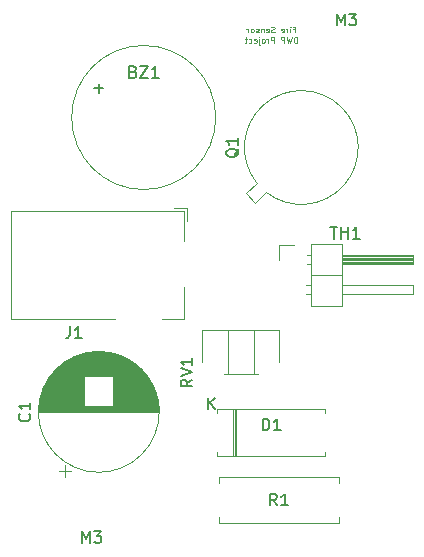
<source format=gbr>
%TF.GenerationSoftware,KiCad,Pcbnew,(5.1.10)-1*%
%TF.CreationDate,2021-10-26T01:17:56+07:00*%
%TF.ProjectId,first,66697273-742e-46b6-9963-61645f706362,rev?*%
%TF.SameCoordinates,Original*%
%TF.FileFunction,Legend,Top*%
%TF.FilePolarity,Positive*%
%FSLAX46Y46*%
G04 Gerber Fmt 4.6, Leading zero omitted, Abs format (unit mm)*
G04 Created by KiCad (PCBNEW (5.1.10)-1) date 2021-10-26 01:17:56*
%MOMM*%
%LPD*%
G01*
G04 APERTURE LIST*
%ADD10C,0.125000*%
%ADD11C,0.120000*%
%ADD12C,0.150000*%
G04 APERTURE END LIST*
D10*
X95214047Y-72551785D02*
X95380714Y-72551785D01*
X95380714Y-72813690D02*
X95380714Y-72313690D01*
X95142619Y-72313690D01*
X94952142Y-72813690D02*
X94952142Y-72480357D01*
X94952142Y-72313690D02*
X94975952Y-72337500D01*
X94952142Y-72361309D01*
X94928333Y-72337500D01*
X94952142Y-72313690D01*
X94952142Y-72361309D01*
X94714047Y-72813690D02*
X94714047Y-72480357D01*
X94714047Y-72575595D02*
X94690238Y-72527976D01*
X94666428Y-72504166D01*
X94618809Y-72480357D01*
X94571190Y-72480357D01*
X94214047Y-72789880D02*
X94261666Y-72813690D01*
X94356904Y-72813690D01*
X94404523Y-72789880D01*
X94428333Y-72742261D01*
X94428333Y-72551785D01*
X94404523Y-72504166D01*
X94356904Y-72480357D01*
X94261666Y-72480357D01*
X94214047Y-72504166D01*
X94190238Y-72551785D01*
X94190238Y-72599404D01*
X94428333Y-72647023D01*
X93618809Y-72789880D02*
X93547380Y-72813690D01*
X93428333Y-72813690D01*
X93380714Y-72789880D01*
X93356904Y-72766071D01*
X93333095Y-72718452D01*
X93333095Y-72670833D01*
X93356904Y-72623214D01*
X93380714Y-72599404D01*
X93428333Y-72575595D01*
X93523571Y-72551785D01*
X93571190Y-72527976D01*
X93595000Y-72504166D01*
X93618809Y-72456547D01*
X93618809Y-72408928D01*
X93595000Y-72361309D01*
X93571190Y-72337500D01*
X93523571Y-72313690D01*
X93404523Y-72313690D01*
X93333095Y-72337500D01*
X92928333Y-72789880D02*
X92975952Y-72813690D01*
X93071190Y-72813690D01*
X93118809Y-72789880D01*
X93142619Y-72742261D01*
X93142619Y-72551785D01*
X93118809Y-72504166D01*
X93071190Y-72480357D01*
X92975952Y-72480357D01*
X92928333Y-72504166D01*
X92904523Y-72551785D01*
X92904523Y-72599404D01*
X93142619Y-72647023D01*
X92690238Y-72480357D02*
X92690238Y-72813690D01*
X92690238Y-72527976D02*
X92666428Y-72504166D01*
X92618809Y-72480357D01*
X92547380Y-72480357D01*
X92499761Y-72504166D01*
X92475952Y-72551785D01*
X92475952Y-72813690D01*
X92261666Y-72789880D02*
X92214047Y-72813690D01*
X92118809Y-72813690D01*
X92071190Y-72789880D01*
X92047380Y-72742261D01*
X92047380Y-72718452D01*
X92071190Y-72670833D01*
X92118809Y-72647023D01*
X92190238Y-72647023D01*
X92237857Y-72623214D01*
X92261666Y-72575595D01*
X92261666Y-72551785D01*
X92237857Y-72504166D01*
X92190238Y-72480357D01*
X92118809Y-72480357D01*
X92071190Y-72504166D01*
X91761666Y-72813690D02*
X91809285Y-72789880D01*
X91833095Y-72766071D01*
X91856904Y-72718452D01*
X91856904Y-72575595D01*
X91833095Y-72527976D01*
X91809285Y-72504166D01*
X91761666Y-72480357D01*
X91690238Y-72480357D01*
X91642619Y-72504166D01*
X91618809Y-72527976D01*
X91595000Y-72575595D01*
X91595000Y-72718452D01*
X91618809Y-72766071D01*
X91642619Y-72789880D01*
X91690238Y-72813690D01*
X91761666Y-72813690D01*
X91380714Y-72813690D02*
X91380714Y-72480357D01*
X91380714Y-72575595D02*
X91356904Y-72527976D01*
X91333095Y-72504166D01*
X91285476Y-72480357D01*
X91237857Y-72480357D01*
X95523571Y-73688690D02*
X95523571Y-73188690D01*
X95404523Y-73188690D01*
X95333095Y-73212500D01*
X95285476Y-73260119D01*
X95261666Y-73307738D01*
X95237857Y-73402976D01*
X95237857Y-73474404D01*
X95261666Y-73569642D01*
X95285476Y-73617261D01*
X95333095Y-73664880D01*
X95404523Y-73688690D01*
X95523571Y-73688690D01*
X95071190Y-73188690D02*
X94952142Y-73688690D01*
X94856904Y-73331547D01*
X94761666Y-73688690D01*
X94642619Y-73188690D01*
X94452142Y-73688690D02*
X94452142Y-73188690D01*
X94261666Y-73188690D01*
X94214047Y-73212500D01*
X94190238Y-73236309D01*
X94166428Y-73283928D01*
X94166428Y-73355357D01*
X94190238Y-73402976D01*
X94214047Y-73426785D01*
X94261666Y-73450595D01*
X94452142Y-73450595D01*
X93571190Y-73688690D02*
X93571190Y-73188690D01*
X93380714Y-73188690D01*
X93333095Y-73212500D01*
X93309285Y-73236309D01*
X93285476Y-73283928D01*
X93285476Y-73355357D01*
X93309285Y-73402976D01*
X93333095Y-73426785D01*
X93380714Y-73450595D01*
X93571190Y-73450595D01*
X93071190Y-73688690D02*
X93071190Y-73355357D01*
X93071190Y-73450595D02*
X93047380Y-73402976D01*
X93023571Y-73379166D01*
X92975952Y-73355357D01*
X92928333Y-73355357D01*
X92690238Y-73688690D02*
X92737857Y-73664880D01*
X92761666Y-73641071D01*
X92785476Y-73593452D01*
X92785476Y-73450595D01*
X92761666Y-73402976D01*
X92737857Y-73379166D01*
X92690238Y-73355357D01*
X92618809Y-73355357D01*
X92571190Y-73379166D01*
X92547380Y-73402976D01*
X92523571Y-73450595D01*
X92523571Y-73593452D01*
X92547380Y-73641071D01*
X92571190Y-73664880D01*
X92618809Y-73688690D01*
X92690238Y-73688690D01*
X92309285Y-73355357D02*
X92309285Y-73783928D01*
X92333095Y-73831547D01*
X92380714Y-73855357D01*
X92404523Y-73855357D01*
X92309285Y-73188690D02*
X92333095Y-73212500D01*
X92309285Y-73236309D01*
X92285476Y-73212500D01*
X92309285Y-73188690D01*
X92309285Y-73236309D01*
X91880714Y-73664880D02*
X91928333Y-73688690D01*
X92023571Y-73688690D01*
X92071190Y-73664880D01*
X92095000Y-73617261D01*
X92095000Y-73426785D01*
X92071190Y-73379166D01*
X92023571Y-73355357D01*
X91928333Y-73355357D01*
X91880714Y-73379166D01*
X91856904Y-73426785D01*
X91856904Y-73474404D01*
X92095000Y-73522023D01*
X91428333Y-73664880D02*
X91475952Y-73688690D01*
X91571190Y-73688690D01*
X91618809Y-73664880D01*
X91642619Y-73641071D01*
X91666428Y-73593452D01*
X91666428Y-73450595D01*
X91642619Y-73402976D01*
X91618809Y-73379166D01*
X91571190Y-73355357D01*
X91475952Y-73355357D01*
X91428333Y-73379166D01*
X91285476Y-73355357D02*
X91095000Y-73355357D01*
X91214047Y-73188690D02*
X91214047Y-73617261D01*
X91190238Y-73664880D01*
X91142619Y-73688690D01*
X91095000Y-73688690D01*
D11*
%TO.C,TH1*%
X96690000Y-90745000D02*
X96690000Y-95945000D01*
X96690000Y-95945000D02*
X99350000Y-95945000D01*
X99350000Y-95945000D02*
X99350000Y-90745000D01*
X99350000Y-90745000D02*
X96690000Y-90745000D01*
X99350000Y-91695000D02*
X105350000Y-91695000D01*
X105350000Y-91695000D02*
X105350000Y-92455000D01*
X105350000Y-92455000D02*
X99350000Y-92455000D01*
X99350000Y-91755000D02*
X105350000Y-91755000D01*
X99350000Y-91875000D02*
X105350000Y-91875000D01*
X99350000Y-91995000D02*
X105350000Y-91995000D01*
X99350000Y-92115000D02*
X105350000Y-92115000D01*
X99350000Y-92235000D02*
X105350000Y-92235000D01*
X99350000Y-92355000D02*
X105350000Y-92355000D01*
X96360000Y-91695000D02*
X96690000Y-91695000D01*
X96360000Y-92455000D02*
X96690000Y-92455000D01*
X96690000Y-93345000D02*
X99350000Y-93345000D01*
X99350000Y-94235000D02*
X105350000Y-94235000D01*
X105350000Y-94235000D02*
X105350000Y-94995000D01*
X105350000Y-94995000D02*
X99350000Y-94995000D01*
X96292929Y-94235000D02*
X96690000Y-94235000D01*
X96292929Y-94995000D02*
X96690000Y-94995000D01*
X93980000Y-92075000D02*
X93980000Y-90805000D01*
X93980000Y-90805000D02*
X95250000Y-90805000D01*
%TO.C,BZ1*%
X88640000Y-80010000D02*
G75*
G03*
X88640000Y-80010000I-6100000J0D01*
G01*
%TO.C,C1*%
X75365000Y-109909646D02*
X76365000Y-109909646D01*
X75865000Y-110409646D02*
X75865000Y-109409646D01*
X78141000Y-99849000D02*
X79339000Y-99849000D01*
X77878000Y-99889000D02*
X79602000Y-99889000D01*
X77678000Y-99929000D02*
X79802000Y-99929000D01*
X77510000Y-99969000D02*
X79970000Y-99969000D01*
X77362000Y-100009000D02*
X80118000Y-100009000D01*
X77230000Y-100049000D02*
X80250000Y-100049000D01*
X77110000Y-100089000D02*
X80370000Y-100089000D01*
X76998000Y-100129000D02*
X80482000Y-100129000D01*
X76894000Y-100169000D02*
X80586000Y-100169000D01*
X76796000Y-100209000D02*
X80684000Y-100209000D01*
X76703000Y-100249000D02*
X80777000Y-100249000D01*
X76615000Y-100289000D02*
X80865000Y-100289000D01*
X76531000Y-100329000D02*
X80949000Y-100329000D01*
X76451000Y-100369000D02*
X81029000Y-100369000D01*
X76375000Y-100409000D02*
X81105000Y-100409000D01*
X76301000Y-100449000D02*
X81179000Y-100449000D01*
X76230000Y-100489000D02*
X81250000Y-100489000D01*
X76161000Y-100529000D02*
X81319000Y-100529000D01*
X76095000Y-100569000D02*
X81385000Y-100569000D01*
X76031000Y-100609000D02*
X81449000Y-100609000D01*
X75970000Y-100649000D02*
X81510000Y-100649000D01*
X75910000Y-100689000D02*
X81570000Y-100689000D01*
X75851000Y-100729000D02*
X81629000Y-100729000D01*
X75795000Y-100769000D02*
X81685000Y-100769000D01*
X75740000Y-100809000D02*
X81740000Y-100809000D01*
X75686000Y-100849000D02*
X81794000Y-100849000D01*
X75634000Y-100889000D02*
X81846000Y-100889000D01*
X75584000Y-100929000D02*
X81896000Y-100929000D01*
X75534000Y-100969000D02*
X81946000Y-100969000D01*
X75486000Y-101009000D02*
X81994000Y-101009000D01*
X75439000Y-101049000D02*
X82041000Y-101049000D01*
X75393000Y-101089000D02*
X82087000Y-101089000D01*
X75348000Y-101129000D02*
X82132000Y-101129000D01*
X75304000Y-101169000D02*
X82176000Y-101169000D01*
X75262000Y-101209000D02*
X82218000Y-101209000D01*
X75220000Y-101249000D02*
X82260000Y-101249000D01*
X75179000Y-101289000D02*
X82301000Y-101289000D01*
X75139000Y-101329000D02*
X82341000Y-101329000D01*
X75100000Y-101369000D02*
X82380000Y-101369000D01*
X75061000Y-101409000D02*
X82419000Y-101409000D01*
X75024000Y-101449000D02*
X82456000Y-101449000D01*
X74987000Y-101489000D02*
X82493000Y-101489000D01*
X74951000Y-101529000D02*
X82529000Y-101529000D01*
X74916000Y-101569000D02*
X82564000Y-101569000D01*
X74882000Y-101609000D02*
X82598000Y-101609000D01*
X74848000Y-101649000D02*
X82632000Y-101649000D01*
X74815000Y-101689000D02*
X82665000Y-101689000D01*
X74783000Y-101729000D02*
X82697000Y-101729000D01*
X74751000Y-101769000D02*
X82729000Y-101769000D01*
X74720000Y-101809000D02*
X82760000Y-101809000D01*
X74690000Y-101849000D02*
X82790000Y-101849000D01*
X74660000Y-101889000D02*
X82820000Y-101889000D01*
X74630000Y-101929000D02*
X82850000Y-101929000D01*
X79981000Y-101969000D02*
X82878000Y-101969000D01*
X74602000Y-101969000D02*
X77499000Y-101969000D01*
X79981000Y-102009000D02*
X82906000Y-102009000D01*
X74574000Y-102009000D02*
X77499000Y-102009000D01*
X79981000Y-102049000D02*
X82934000Y-102049000D01*
X74546000Y-102049000D02*
X77499000Y-102049000D01*
X79981000Y-102089000D02*
X82961000Y-102089000D01*
X74519000Y-102089000D02*
X77499000Y-102089000D01*
X79981000Y-102129000D02*
X82987000Y-102129000D01*
X74493000Y-102129000D02*
X77499000Y-102129000D01*
X79981000Y-102169000D02*
X83013000Y-102169000D01*
X74467000Y-102169000D02*
X77499000Y-102169000D01*
X79981000Y-102209000D02*
X83038000Y-102209000D01*
X74442000Y-102209000D02*
X77499000Y-102209000D01*
X79981000Y-102249000D02*
X83063000Y-102249000D01*
X74417000Y-102249000D02*
X77499000Y-102249000D01*
X79981000Y-102289000D02*
X83087000Y-102289000D01*
X74393000Y-102289000D02*
X77499000Y-102289000D01*
X79981000Y-102329000D02*
X83111000Y-102329000D01*
X74369000Y-102329000D02*
X77499000Y-102329000D01*
X79981000Y-102369000D02*
X83135000Y-102369000D01*
X74345000Y-102369000D02*
X77499000Y-102369000D01*
X79981000Y-102409000D02*
X83157000Y-102409000D01*
X74323000Y-102409000D02*
X77499000Y-102409000D01*
X79981000Y-102449000D02*
X83180000Y-102449000D01*
X74300000Y-102449000D02*
X77499000Y-102449000D01*
X79981000Y-102489000D02*
X83202000Y-102489000D01*
X74278000Y-102489000D02*
X77499000Y-102489000D01*
X79981000Y-102529000D02*
X83223000Y-102529000D01*
X74257000Y-102529000D02*
X77499000Y-102529000D01*
X79981000Y-102569000D02*
X83244000Y-102569000D01*
X74236000Y-102569000D02*
X77499000Y-102569000D01*
X79981000Y-102609000D02*
X83265000Y-102609000D01*
X74215000Y-102609000D02*
X77499000Y-102609000D01*
X79981000Y-102649000D02*
X83285000Y-102649000D01*
X74195000Y-102649000D02*
X77499000Y-102649000D01*
X79981000Y-102689000D02*
X83304000Y-102689000D01*
X74176000Y-102689000D02*
X77499000Y-102689000D01*
X79981000Y-102729000D02*
X83324000Y-102729000D01*
X74156000Y-102729000D02*
X77499000Y-102729000D01*
X79981000Y-102769000D02*
X83343000Y-102769000D01*
X74137000Y-102769000D02*
X77499000Y-102769000D01*
X79981000Y-102809000D02*
X83361000Y-102809000D01*
X74119000Y-102809000D02*
X77499000Y-102809000D01*
X79981000Y-102849000D02*
X83379000Y-102849000D01*
X74101000Y-102849000D02*
X77499000Y-102849000D01*
X79981000Y-102889000D02*
X83397000Y-102889000D01*
X74083000Y-102889000D02*
X77499000Y-102889000D01*
X79981000Y-102929000D02*
X83414000Y-102929000D01*
X74066000Y-102929000D02*
X77499000Y-102929000D01*
X79981000Y-102969000D02*
X83430000Y-102969000D01*
X74050000Y-102969000D02*
X77499000Y-102969000D01*
X79981000Y-103009000D02*
X83447000Y-103009000D01*
X74033000Y-103009000D02*
X77499000Y-103009000D01*
X79981000Y-103049000D02*
X83463000Y-103049000D01*
X74017000Y-103049000D02*
X77499000Y-103049000D01*
X79981000Y-103089000D02*
X83478000Y-103089000D01*
X74002000Y-103089000D02*
X77499000Y-103089000D01*
X79981000Y-103129000D02*
X83494000Y-103129000D01*
X73986000Y-103129000D02*
X77499000Y-103129000D01*
X79981000Y-103169000D02*
X83508000Y-103169000D01*
X73972000Y-103169000D02*
X77499000Y-103169000D01*
X79981000Y-103209000D02*
X83523000Y-103209000D01*
X73957000Y-103209000D02*
X77499000Y-103209000D01*
X79981000Y-103249000D02*
X83537000Y-103249000D01*
X73943000Y-103249000D02*
X77499000Y-103249000D01*
X79981000Y-103289000D02*
X83551000Y-103289000D01*
X73929000Y-103289000D02*
X77499000Y-103289000D01*
X79981000Y-103329000D02*
X83564000Y-103329000D01*
X73916000Y-103329000D02*
X77499000Y-103329000D01*
X79981000Y-103369000D02*
X83577000Y-103369000D01*
X73903000Y-103369000D02*
X77499000Y-103369000D01*
X79981000Y-103409000D02*
X83590000Y-103409000D01*
X73890000Y-103409000D02*
X77499000Y-103409000D01*
X79981000Y-103449000D02*
X83602000Y-103449000D01*
X73878000Y-103449000D02*
X77499000Y-103449000D01*
X79981000Y-103489000D02*
X83614000Y-103489000D01*
X73866000Y-103489000D02*
X77499000Y-103489000D01*
X79981000Y-103529000D02*
X83625000Y-103529000D01*
X73855000Y-103529000D02*
X77499000Y-103529000D01*
X79981000Y-103569000D02*
X83637000Y-103569000D01*
X73843000Y-103569000D02*
X77499000Y-103569000D01*
X79981000Y-103609000D02*
X83647000Y-103609000D01*
X73833000Y-103609000D02*
X77499000Y-103609000D01*
X79981000Y-103649000D02*
X83658000Y-103649000D01*
X73822000Y-103649000D02*
X77499000Y-103649000D01*
X79981000Y-103689000D02*
X83668000Y-103689000D01*
X73812000Y-103689000D02*
X77499000Y-103689000D01*
X79981000Y-103729000D02*
X83678000Y-103729000D01*
X73802000Y-103729000D02*
X77499000Y-103729000D01*
X79981000Y-103769000D02*
X83687000Y-103769000D01*
X73793000Y-103769000D02*
X77499000Y-103769000D01*
X79981000Y-103809000D02*
X83696000Y-103809000D01*
X73784000Y-103809000D02*
X77499000Y-103809000D01*
X79981000Y-103849000D02*
X83705000Y-103849000D01*
X73775000Y-103849000D02*
X77499000Y-103849000D01*
X79981000Y-103889000D02*
X83714000Y-103889000D01*
X73766000Y-103889000D02*
X77499000Y-103889000D01*
X79981000Y-103929000D02*
X83722000Y-103929000D01*
X73758000Y-103929000D02*
X77499000Y-103929000D01*
X79981000Y-103969000D02*
X83730000Y-103969000D01*
X73750000Y-103969000D02*
X77499000Y-103969000D01*
X79981000Y-104009000D02*
X83737000Y-104009000D01*
X73743000Y-104009000D02*
X77499000Y-104009000D01*
X79981000Y-104049000D02*
X83744000Y-104049000D01*
X73736000Y-104049000D02*
X77499000Y-104049000D01*
X79981000Y-104089000D02*
X83751000Y-104089000D01*
X73729000Y-104089000D02*
X77499000Y-104089000D01*
X79981000Y-104129000D02*
X83758000Y-104129000D01*
X73722000Y-104129000D02*
X77499000Y-104129000D01*
X79981000Y-104169000D02*
X83764000Y-104169000D01*
X73716000Y-104169000D02*
X77499000Y-104169000D01*
X79981000Y-104209000D02*
X83770000Y-104209000D01*
X73710000Y-104209000D02*
X77499000Y-104209000D01*
X79981000Y-104250000D02*
X83775000Y-104250000D01*
X73705000Y-104250000D02*
X77499000Y-104250000D01*
X79981000Y-104290000D02*
X83780000Y-104290000D01*
X73700000Y-104290000D02*
X77499000Y-104290000D01*
X79981000Y-104330000D02*
X83785000Y-104330000D01*
X73695000Y-104330000D02*
X77499000Y-104330000D01*
X79981000Y-104370000D02*
X83790000Y-104370000D01*
X73690000Y-104370000D02*
X77499000Y-104370000D01*
X79981000Y-104410000D02*
X83794000Y-104410000D01*
X73686000Y-104410000D02*
X77499000Y-104410000D01*
X73682000Y-104450000D02*
X83798000Y-104450000D01*
X73678000Y-104490000D02*
X83802000Y-104490000D01*
X73675000Y-104530000D02*
X83805000Y-104530000D01*
X73672000Y-104570000D02*
X83808000Y-104570000D01*
X73670000Y-104610000D02*
X83810000Y-104610000D01*
X73667000Y-104650000D02*
X83813000Y-104650000D01*
X73665000Y-104690000D02*
X83815000Y-104690000D01*
X73663000Y-104730000D02*
X83817000Y-104730000D01*
X73662000Y-104770000D02*
X83818000Y-104770000D01*
X73661000Y-104810000D02*
X83819000Y-104810000D01*
X73660000Y-104850000D02*
X83820000Y-104850000D01*
X73660000Y-104890000D02*
X83820000Y-104890000D01*
X73660000Y-104930000D02*
X83820000Y-104930000D01*
X83860000Y-104930000D02*
G75*
G03*
X83860000Y-104930000I-5120000J0D01*
G01*
%TO.C,D1*%
X90110000Y-104710000D02*
X90110000Y-108650000D01*
X90350000Y-104710000D02*
X90350000Y-108650000D01*
X90230000Y-104710000D02*
X90230000Y-108650000D01*
X97915000Y-108650000D02*
X97915000Y-108320000D01*
X88775000Y-108650000D02*
X97915000Y-108650000D01*
X88775000Y-108320000D02*
X88775000Y-108650000D01*
X97915000Y-104710000D02*
X97915000Y-105040000D01*
X88775000Y-104710000D02*
X97915000Y-104710000D01*
X88775000Y-105040000D02*
X88775000Y-104710000D01*
%TO.C,J1*%
X85990000Y-87890001D02*
X85990000Y-90490001D01*
X71290000Y-87890001D02*
X85990000Y-87890001D01*
X85990000Y-97090001D02*
X84090000Y-97090001D01*
X85990000Y-94390001D02*
X85990000Y-97090001D01*
X71290000Y-97090001D02*
X71290000Y-87890001D01*
X80090000Y-97090001D02*
X71290000Y-97090001D01*
X85140000Y-87690001D02*
X86190000Y-87690001D01*
X86190000Y-88740001D02*
X86190000Y-87690001D01*
%TO.C,Q1*%
X91996961Y-87215856D02*
X92887916Y-86324902D01*
X91219144Y-86438039D02*
X91996961Y-87215856D01*
X92110098Y-85547084D02*
X91219144Y-86438039D01*
X92887629Y-86324674D02*
G75*
G03*
X92110098Y-85547084I2997371J3774674D01*
G01*
%TO.C,R1*%
X88910000Y-110475000D02*
X88910000Y-110955000D01*
X99050000Y-110475000D02*
X88910000Y-110475000D01*
X99050000Y-110955000D02*
X99050000Y-110475000D01*
X88910000Y-114315000D02*
X88910000Y-113835000D01*
X99050000Y-114315000D02*
X88910000Y-114315000D01*
X99050000Y-113835000D02*
X99050000Y-114315000D01*
%TO.C,RV1*%
X89645000Y-97980000D02*
X91885000Y-97980000D01*
X89645000Y-101721000D02*
X91885000Y-101721000D01*
X91885000Y-101721000D02*
X91885000Y-97980000D01*
X89645000Y-101721000D02*
X89645000Y-97980000D01*
X89331000Y-101721000D02*
X92200000Y-101721000D01*
X87495000Y-97980000D02*
X94035000Y-97980000D01*
X94035000Y-100675000D02*
X94035000Y-97980000D01*
X87495000Y-100675000D02*
X87495000Y-97980000D01*
%TO.C,M3*%
D12*
X77295476Y-116022380D02*
X77295476Y-115022380D01*
X77628809Y-115736666D01*
X77962142Y-115022380D01*
X77962142Y-116022380D01*
X78343095Y-115022380D02*
X78962142Y-115022380D01*
X78628809Y-115403333D01*
X78771666Y-115403333D01*
X78866904Y-115450952D01*
X78914523Y-115498571D01*
X78962142Y-115593809D01*
X78962142Y-115831904D01*
X78914523Y-115927142D01*
X78866904Y-115974761D01*
X78771666Y-116022380D01*
X78485952Y-116022380D01*
X78390714Y-115974761D01*
X78343095Y-115927142D01*
X98885476Y-72207380D02*
X98885476Y-71207380D01*
X99218809Y-71921666D01*
X99552142Y-71207380D01*
X99552142Y-72207380D01*
X99933095Y-71207380D02*
X100552142Y-71207380D01*
X100218809Y-71588333D01*
X100361666Y-71588333D01*
X100456904Y-71635952D01*
X100504523Y-71683571D01*
X100552142Y-71778809D01*
X100552142Y-72016904D01*
X100504523Y-72112142D01*
X100456904Y-72159761D01*
X100361666Y-72207380D01*
X100075952Y-72207380D01*
X99980714Y-72159761D01*
X99933095Y-72112142D01*
%TO.C,TH1*%
X98349285Y-89257380D02*
X98920714Y-89257380D01*
X98635000Y-90257380D02*
X98635000Y-89257380D01*
X99254047Y-90257380D02*
X99254047Y-89257380D01*
X99254047Y-89733571D02*
X99825476Y-89733571D01*
X99825476Y-90257380D02*
X99825476Y-89257380D01*
X100825476Y-90257380D02*
X100254047Y-90257380D01*
X100539761Y-90257380D02*
X100539761Y-89257380D01*
X100444523Y-89400238D01*
X100349285Y-89495476D01*
X100254047Y-89543095D01*
%TO.C,BZ1*%
X81659047Y-76128571D02*
X81801904Y-76176190D01*
X81849523Y-76223809D01*
X81897142Y-76319047D01*
X81897142Y-76461904D01*
X81849523Y-76557142D01*
X81801904Y-76604761D01*
X81706666Y-76652380D01*
X81325714Y-76652380D01*
X81325714Y-75652380D01*
X81659047Y-75652380D01*
X81754285Y-75700000D01*
X81801904Y-75747619D01*
X81849523Y-75842857D01*
X81849523Y-75938095D01*
X81801904Y-76033333D01*
X81754285Y-76080952D01*
X81659047Y-76128571D01*
X81325714Y-76128571D01*
X82230476Y-75652380D02*
X82897142Y-75652380D01*
X82230476Y-76652380D01*
X82897142Y-76652380D01*
X83801904Y-76652380D02*
X83230476Y-76652380D01*
X83516190Y-76652380D02*
X83516190Y-75652380D01*
X83420952Y-75795238D01*
X83325714Y-75890476D01*
X83230476Y-75938095D01*
X78349047Y-77541428D02*
X79110952Y-77541428D01*
X78730000Y-77922380D02*
X78730000Y-77160476D01*
%TO.C,C1*%
X72847142Y-105096666D02*
X72894761Y-105144285D01*
X72942380Y-105287142D01*
X72942380Y-105382380D01*
X72894761Y-105525238D01*
X72799523Y-105620476D01*
X72704285Y-105668095D01*
X72513809Y-105715714D01*
X72370952Y-105715714D01*
X72180476Y-105668095D01*
X72085238Y-105620476D01*
X71990000Y-105525238D01*
X71942380Y-105382380D01*
X71942380Y-105287142D01*
X71990000Y-105144285D01*
X72037619Y-105096666D01*
X72942380Y-104144285D02*
X72942380Y-104715714D01*
X72942380Y-104430000D02*
X71942380Y-104430000D01*
X72085238Y-104525238D01*
X72180476Y-104620476D01*
X72228095Y-104715714D01*
%TO.C,D1*%
X92606904Y-106497380D02*
X92606904Y-105497380D01*
X92845000Y-105497380D01*
X92987857Y-105545000D01*
X93083095Y-105640238D01*
X93130714Y-105735476D01*
X93178333Y-105925952D01*
X93178333Y-106068809D01*
X93130714Y-106259285D01*
X93083095Y-106354523D01*
X92987857Y-106449761D01*
X92845000Y-106497380D01*
X92606904Y-106497380D01*
X94130714Y-106497380D02*
X93559285Y-106497380D01*
X93845000Y-106497380D02*
X93845000Y-105497380D01*
X93749761Y-105640238D01*
X93654523Y-105735476D01*
X93559285Y-105783095D01*
X88003095Y-104732380D02*
X88003095Y-103732380D01*
X88574523Y-104732380D02*
X88145952Y-104160952D01*
X88574523Y-103732380D02*
X88003095Y-104303809D01*
%TO.C,J1*%
X76306666Y-97692381D02*
X76306666Y-98406667D01*
X76259047Y-98549524D01*
X76163809Y-98644762D01*
X76020952Y-98692381D01*
X75925714Y-98692381D01*
X77306666Y-98692381D02*
X76735238Y-98692381D01*
X77020952Y-98692381D02*
X77020952Y-97692381D01*
X76925714Y-97835239D01*
X76830476Y-97930477D01*
X76735238Y-97978096D01*
%TO.C,Q1*%
X90612619Y-82645238D02*
X90565000Y-82740476D01*
X90469761Y-82835714D01*
X90326904Y-82978571D01*
X90279285Y-83073809D01*
X90279285Y-83169047D01*
X90517380Y-83121428D02*
X90469761Y-83216666D01*
X90374523Y-83311904D01*
X90184047Y-83359523D01*
X89850714Y-83359523D01*
X89660238Y-83311904D01*
X89565000Y-83216666D01*
X89517380Y-83121428D01*
X89517380Y-82930952D01*
X89565000Y-82835714D01*
X89660238Y-82740476D01*
X89850714Y-82692857D01*
X90184047Y-82692857D01*
X90374523Y-82740476D01*
X90469761Y-82835714D01*
X90517380Y-82930952D01*
X90517380Y-83121428D01*
X90517380Y-81740476D02*
X90517380Y-82311904D01*
X90517380Y-82026190D02*
X89517380Y-82026190D01*
X89660238Y-82121428D01*
X89755476Y-82216666D01*
X89803095Y-82311904D01*
%TO.C,R1*%
X93813333Y-112847380D02*
X93480000Y-112371190D01*
X93241904Y-112847380D02*
X93241904Y-111847380D01*
X93622857Y-111847380D01*
X93718095Y-111895000D01*
X93765714Y-111942619D01*
X93813333Y-112037857D01*
X93813333Y-112180714D01*
X93765714Y-112275952D01*
X93718095Y-112323571D01*
X93622857Y-112371190D01*
X93241904Y-112371190D01*
X94765714Y-112847380D02*
X94194285Y-112847380D01*
X94480000Y-112847380D02*
X94480000Y-111847380D01*
X94384761Y-111990238D01*
X94289523Y-112085476D01*
X94194285Y-112133095D01*
%TO.C,RV1*%
X86657380Y-102195238D02*
X86181190Y-102528571D01*
X86657380Y-102766666D02*
X85657380Y-102766666D01*
X85657380Y-102385714D01*
X85705000Y-102290476D01*
X85752619Y-102242857D01*
X85847857Y-102195238D01*
X85990714Y-102195238D01*
X86085952Y-102242857D01*
X86133571Y-102290476D01*
X86181190Y-102385714D01*
X86181190Y-102766666D01*
X85657380Y-101909523D02*
X86657380Y-101576190D01*
X85657380Y-101242857D01*
X86657380Y-100385714D02*
X86657380Y-100957142D01*
X86657380Y-100671428D02*
X85657380Y-100671428D01*
X85800238Y-100766666D01*
X85895476Y-100861904D01*
X85943095Y-100957142D01*
%TD*%
M02*

</source>
